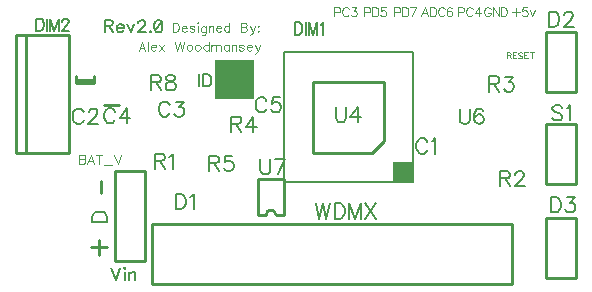
<source format=gto>
G04 DipTrace 3.1.0.0*
G04 TopSilk.GTO*
%MOIN*%
G04 #@! TF.FileFunction,Legend,Top*
G04 #@! TF.Part,Single*
%ADD10C,0.009843*%
%ADD48C,0.005*%
%ADD86C,0.00772*%
%ADD87C,0.006176*%
%ADD88C,0.003088*%
%ADD89C,0.004632*%
%ADD90C,0.003281*%
%ADD91C,0.009264*%
%ADD92C,0.010807*%
%FSLAX26Y26*%
G04*
G70*
G90*
G75*
G01*
G04 TopSilk*
%LPD*%
X305483Y726913D2*
D10*
X242554D1*
X305483Y719465D2*
X242554D1*
X305483D2*
Y743024D1*
X242554Y719465D2*
Y743024D1*
X387098Y646803D2*
X335957D1*
X1911695Y887609D2*
X1811690D1*
Y687585D1*
X1911695D1*
Y887609D1*
X1911521Y268734D2*
X1811516D1*
Y68710D1*
X1911521D1*
Y268734D1*
Y581234D2*
X1811516D1*
Y381210D1*
X1911521D1*
Y581234D1*
X42711Y484370D2*
X219877D1*
Y878071D1*
X42711D1*
Y484370D1*
X78144D2*
Y878071D1*
X499013Y249970D2*
Y49970D1*
X1699013Y249970D2*
Y49970D1*
X499013D1*
X1699013Y249970D2*
X499013D1*
X1369055Y820593D2*
D48*
X935984D1*
Y387522D1*
X1369055D1*
Y820593D1*
G36*
Y387522D2*
X1302146D1*
Y454432D1*
X1369055D1*
Y387522D1*
G37*
X1231252Y485959D2*
D10*
X1034421D1*
Y722156D1*
X1270618D1*
Y525325D1*
X1231252Y485959D1*
X937046Y279377D2*
Y397497D1*
X850411Y279377D2*
Y397497D1*
X937046D2*
X850411D1*
X937046Y279377D2*
X909484D1*
X877972D2*
X850411D1*
X909484D2*
G03X877972Y279377I-15756J-10D01*
G01*
G36*
X707853Y795833D2*
X839098D1*
Y664556D1*
X707853D1*
Y795833D1*
G37*
X374024Y425018D2*
D10*
X474026D1*
Y125058D1*
X374024D1*
Y425018D1*
X1414922Y521642D2*
D86*
X1412545Y526395D1*
X1407737Y531203D1*
X1402984Y533580D1*
X1393422D1*
X1388614Y531203D1*
X1383861Y526395D1*
X1381429Y521642D1*
X1379052Y514457D1*
Y502463D1*
X1381429Y495333D1*
X1383861Y490525D1*
X1388614Y485772D1*
X1393422Y483340D1*
X1402984D1*
X1407737Y485772D1*
X1412545Y490525D1*
X1414922Y495333D1*
X1430361Y523963D2*
X1435170Y526395D1*
X1442355Y533525D1*
Y483340D1*
X269213Y620747D2*
X266836Y625500D1*
X262028Y630308D1*
X257275Y632685D1*
X247713D1*
X242904Y630308D1*
X238151Y625500D1*
X235719Y620747D1*
X233343Y613562D1*
Y601568D1*
X235719Y594438D1*
X238151Y589630D1*
X242904Y584877D1*
X247713Y582445D1*
X257275D1*
X262028Y584877D1*
X266836Y589630D1*
X269213Y594438D1*
X287084Y620691D2*
Y623068D1*
X289460Y627877D1*
X291837Y630253D1*
X296646Y632630D1*
X306207D1*
X310960Y630253D1*
X313337Y627877D1*
X315769Y623068D1*
Y618315D1*
X313337Y613506D1*
X308584Y606377D1*
X284652Y582445D1*
X318145D1*
X556295Y644686D2*
X553919Y649440D1*
X549110Y654248D1*
X544357Y656625D1*
X534796D1*
X529987Y654248D1*
X525234Y649440D1*
X522802Y644686D1*
X520426Y637501D1*
Y625508D1*
X522802Y618378D1*
X525234Y613570D1*
X529987Y608816D1*
X534796Y606385D1*
X544357D1*
X549110Y608816D1*
X553919Y613570D1*
X556295Y618378D1*
X576543Y656569D2*
X602796D1*
X588481Y637446D1*
X595666D1*
X600420Y635069D1*
X602796Y632693D1*
X605228Y625508D1*
Y620755D1*
X602796Y613570D1*
X598043Y608761D1*
X590858Y606385D1*
X583673D1*
X576543Y608761D1*
X574167Y611193D1*
X571735Y615946D1*
X374286Y622698D2*
X371909Y627451D1*
X367101Y632260D1*
X362347Y634636D1*
X352786D1*
X347977Y632260D1*
X343224Y627451D1*
X340792Y622698D1*
X338416Y615513D1*
Y603520D1*
X340792Y596390D1*
X343224Y591581D1*
X347977Y586828D1*
X352786Y584396D1*
X362347D1*
X367101Y586828D1*
X371909Y591581D1*
X374286Y596390D1*
X413657Y584396D2*
Y634581D1*
X389725Y601143D1*
X425595D1*
X879118Y659156D2*
X876742Y663909D1*
X871933Y668718D1*
X867180Y671094D1*
X857618D1*
X852810Y668718D1*
X848057Y663909D1*
X845625Y659156D1*
X843248Y651971D1*
Y639978D1*
X845625Y632848D1*
X848057Y628039D1*
X852810Y623286D1*
X857618Y620854D1*
X867180D1*
X871933Y623286D1*
X876742Y628039D1*
X879118Y632848D1*
X923242Y671039D2*
X899366D1*
X896989Y649539D1*
X899366Y651916D1*
X906551Y654348D1*
X913681D1*
X920866Y651916D1*
X925674Y647163D1*
X928051Y639978D1*
Y635224D1*
X925674Y628039D1*
X920866Y623231D1*
X913681Y620854D1*
X906551D1*
X899366Y623231D1*
X896989Y625663D1*
X894558Y630416D1*
X576512Y348264D2*
Y298024D1*
X593259D1*
X600444Y300456D1*
X605252Y305209D1*
X607629Y310017D1*
X610005Y317147D1*
Y329140D1*
X607629Y336325D1*
X605252Y341079D1*
X600444Y345887D1*
X593259Y348264D1*
X576512D1*
X625445Y338647D2*
X630253Y341079D1*
X637438Y348208D1*
Y298024D1*
X1820472Y956440D2*
Y906200D1*
X1837219D1*
X1844404Y908631D1*
X1849212Y913385D1*
X1851589Y918193D1*
X1853965Y925323D1*
Y937316D1*
X1851589Y944501D1*
X1849212Y949255D1*
X1844404Y954063D1*
X1837219Y956440D1*
X1820472D1*
X1871837Y944446D2*
Y946823D1*
X1874213Y951631D1*
X1876590Y954008D1*
X1881398Y956384D1*
X1890960D1*
X1895713Y954008D1*
X1898090Y951631D1*
X1900521Y946823D1*
Y942069D1*
X1898090Y937261D1*
X1893336Y930131D1*
X1869405Y906200D1*
X1902898D1*
X1826548Y337564D2*
Y287324D1*
X1843295D1*
X1850480Y289756D1*
X1855288Y294509D1*
X1857665Y299318D1*
X1860042Y306447D1*
Y318441D1*
X1857665Y325626D1*
X1855288Y330379D1*
X1850480Y335188D1*
X1843295Y337564D1*
X1826548D1*
X1880289Y337509D2*
X1906542D1*
X1892227Y318386D1*
X1899412D1*
X1904166Y316009D1*
X1906542Y313633D1*
X1908974Y306447D1*
Y301694D1*
X1906542Y294509D1*
X1901789Y289701D1*
X1894604Y287324D1*
X1887419D1*
X1880289Y289701D1*
X1877913Y292133D1*
X1875481Y296886D1*
X506047Y458678D2*
X527547D1*
X534732Y461110D1*
X537164Y463487D1*
X539541Y468240D1*
Y473049D1*
X537164Y477802D1*
X534732Y480234D1*
X527547Y482610D1*
X506047D1*
Y432370D1*
X522794Y458678D2*
X539541Y432370D1*
X554980Y472993D2*
X559788Y475425D1*
X566974Y482555D1*
Y432370D1*
X1657703Y400199D2*
X1679203D1*
X1686388Y402631D1*
X1688820Y405008D1*
X1691196Y409761D1*
Y414570D1*
X1688820Y419323D1*
X1686388Y421755D1*
X1679203Y424131D1*
X1657703D1*
Y373891D1*
X1674450Y400199D2*
X1691196Y373891D1*
X1709067Y412138D2*
Y414514D1*
X1711444Y419323D1*
X1713821Y421699D1*
X1718629Y424076D1*
X1728191D1*
X1732944Y421699D1*
X1735321Y419323D1*
X1737752Y414514D1*
Y409761D1*
X1735321Y404953D1*
X1730567Y397823D1*
X1706636Y373891D1*
X1740129D1*
X1622029Y716286D2*
X1643528D1*
X1650713Y718718D1*
X1653145Y721095D1*
X1655522Y725848D1*
Y730656D1*
X1653145Y735409D1*
X1650713Y737841D1*
X1643528Y740218D1*
X1622029D1*
Y689978D1*
X1638775Y716286D2*
X1655522Y689978D1*
X1675770Y740163D2*
X1702023D1*
X1687708Y721039D1*
X1694893D1*
X1699646Y718663D1*
X1702023Y716286D1*
X1704454Y709101D1*
Y704348D1*
X1702023Y697163D1*
X1697269Y692354D1*
X1690084Y689978D1*
X1682899D1*
X1675770Y692354D1*
X1673393Y694786D1*
X1670961Y699539D1*
X761990Y582828D2*
X783490D1*
X790675Y585260D1*
X793107Y587637D1*
X795483Y592390D1*
Y597198D1*
X793107Y601951D1*
X790675Y604383D1*
X783490Y606760D1*
X761990D1*
Y556520D1*
X778736Y582828D2*
X795483Y556520D1*
X834854D2*
Y606705D1*
X810922Y573266D1*
X846792D1*
X688170Y451564D2*
X709670D1*
X716855Y453996D1*
X719287Y456373D1*
X721664Y461126D1*
Y465934D1*
X719287Y470688D1*
X716855Y473119D1*
X709670Y475496D1*
X688170D1*
Y425256D1*
X704917Y451564D2*
X721664Y425256D1*
X765788Y475441D2*
X741911D1*
X739535Y453941D1*
X741911Y456317D1*
X749096Y458749D1*
X756226D1*
X763411Y456317D1*
X768220Y451564D1*
X770596Y444379D1*
Y439626D1*
X768220Y432441D1*
X763411Y427633D1*
X756226Y425256D1*
X749096D1*
X741911Y427633D1*
X739535Y430064D1*
X737103Y434818D1*
X494428Y720343D2*
X515927D1*
X523112Y722774D1*
X525544Y725151D1*
X527921Y729904D1*
Y734713D1*
X525544Y739466D1*
X523112Y741898D1*
X515927Y744274D1*
X494428D1*
Y694034D1*
X511174Y720343D2*
X527921Y694034D1*
X555298Y744219D2*
X548169Y741842D1*
X545737Y737089D1*
Y732281D1*
X548169Y727528D1*
X552922Y725096D1*
X562483Y722719D1*
X569668Y720343D1*
X574422Y715534D1*
X576798Y710781D1*
Y703596D1*
X574422Y698843D1*
X572045Y696411D1*
X564860Y694034D1*
X555298D1*
X548169Y696411D1*
X545737Y698843D1*
X543360Y703596D1*
Y710781D1*
X545737Y715534D1*
X550545Y720343D1*
X557675Y722719D1*
X567237Y725096D1*
X572045Y727528D1*
X574422Y732281D1*
Y737089D1*
X572045Y741842D1*
X564860Y744219D1*
X555298D1*
X1864541Y636629D2*
X1859788Y641437D1*
X1852603Y643814D1*
X1843041D1*
X1835856Y641437D1*
X1831047Y636629D1*
Y631875D1*
X1833479Y627067D1*
X1835856Y624690D1*
X1840609Y622314D1*
X1854979Y617505D1*
X1859788Y615129D1*
X1862164Y612697D1*
X1864541Y607944D1*
Y600759D1*
X1859788Y596005D1*
X1852603Y593574D1*
X1843041D1*
X1835856Y596005D1*
X1831047Y600759D1*
X1879980Y634197D2*
X1884788Y636629D1*
X1891974Y643758D1*
Y593574D1*
X1043061Y316942D2*
X1055054Y266702D1*
X1066992Y316942D1*
X1078930Y266702D1*
X1090924Y316942D1*
X1106363D2*
Y266702D1*
X1123110D1*
X1130295Y269134D1*
X1135103Y273887D1*
X1137480Y278696D1*
X1139857Y285825D1*
Y297819D1*
X1137480Y305004D1*
X1135103Y309757D1*
X1130295Y314566D1*
X1123110Y316942D1*
X1106363D1*
X1193542Y266702D2*
Y316942D1*
X1174419Y266702D1*
X1155296Y316942D1*
Y266702D1*
X1208982Y316942D2*
X1242475Y266702D1*
Y316942D2*
X1208982Y266702D1*
X1110118Y637538D2*
Y601668D1*
X1112495Y594483D1*
X1117303Y589730D1*
X1124489Y587298D1*
X1129242D1*
X1136427Y589730D1*
X1141235Y594483D1*
X1143612Y601668D1*
Y637538D1*
X1182983Y587298D2*
Y637483D1*
X1159051Y604045D1*
X1194921D1*
X1523387Y632697D2*
Y596827D1*
X1525764Y589642D1*
X1530573Y584889D1*
X1537758Y582457D1*
X1542511D1*
X1549696Y584889D1*
X1554504Y589642D1*
X1556881Y596827D1*
Y632697D1*
X1601005Y625512D2*
X1598628Y630265D1*
X1591443Y632642D1*
X1586690D1*
X1579505Y630265D1*
X1574697Y623080D1*
X1572320Y611142D1*
Y599203D1*
X1574697Y589642D1*
X1579505Y584833D1*
X1586690Y582457D1*
X1589067D1*
X1596197Y584833D1*
X1601005Y589642D1*
X1603382Y596827D1*
Y599203D1*
X1601005Y606388D1*
X1596197Y611142D1*
X1589067Y613518D1*
X1586690D1*
X1579505Y611142D1*
X1574697Y606388D1*
X1572320Y599203D1*
X858766Y464470D2*
Y428600D1*
X861143Y421415D1*
X865951Y416662D1*
X873136Y414230D1*
X877889D1*
X885074Y416662D1*
X889883Y421415D1*
X892259Y428600D1*
Y464470D1*
X917260Y414230D2*
X941192Y464414D1*
X907699D1*
X361487Y102046D2*
D87*
X376785Y61854D1*
X392084Y102046D1*
X404435D2*
X406337Y100145D1*
X408282Y102046D1*
X406337Y103991D1*
X404435Y102046D1*
X406337Y88649D2*
Y61854D1*
X420634Y88649D2*
Y61854D1*
Y80999D2*
X426382Y86747D1*
X430228Y88649D1*
X435932D1*
X439779Y86747D1*
X441680Y80999D1*
Y61854D1*
X1679644Y811066D2*
D88*
X1688244D1*
X1691118Y812039D1*
X1692090Y812990D1*
X1693041Y814891D1*
Y816814D1*
X1692090Y818716D1*
X1691118Y819688D1*
X1688244Y820639D1*
X1679644D1*
Y800543D1*
X1686342Y811066D2*
X1693041Y800543D1*
X1711641Y820639D2*
X1699217D1*
Y800543D1*
X1711641D1*
X1699217Y811066D2*
X1706866D1*
X1731214Y817765D2*
X1729313Y819688D1*
X1726439Y820639D1*
X1722614D1*
X1719740Y819688D1*
X1717817Y817765D1*
Y815864D1*
X1718790Y813940D1*
X1719740Y812990D1*
X1721642Y812039D1*
X1727390Y810116D1*
X1729313Y809165D1*
X1730264Y808192D1*
X1731214Y806291D1*
Y803417D1*
X1729313Y801516D1*
X1726439Y800543D1*
X1722614D1*
X1719740Y801516D1*
X1717817Y803417D1*
X1749815Y820639D2*
X1737390D1*
Y800543D1*
X1749815D1*
X1737390Y811066D2*
X1745039D1*
X1762689Y820639D2*
Y800543D1*
X1755990Y820639D2*
X1769388D1*
X255266Y479711D2*
D90*
Y449567D1*
X268199D1*
X272510Y451027D1*
X273936Y452453D1*
X275362Y455304D1*
Y459615D1*
X273936Y462501D1*
X272510Y463927D1*
X268199Y465352D1*
X272510Y466812D1*
X273936Y468238D1*
X275362Y471089D1*
Y473975D1*
X273936Y476826D1*
X272510Y478286D1*
X268199Y479711D1*
X255266D1*
Y465352D2*
X268199D1*
X304905Y449567D2*
X293398Y479711D1*
X281924Y449567D1*
X286235Y459615D2*
X300594D1*
X321515Y479711D2*
Y449567D1*
X311467Y479711D2*
X331563D1*
X338125Y444593D2*
X365383D1*
X371945Y479711D2*
X383419Y449567D1*
X394893Y479711D1*
X655425Y747067D2*
D87*
Y706875D1*
X667777Y747067D2*
Y706875D1*
X681174D1*
X686922Y708820D1*
X690769Y712623D1*
X692670Y716470D1*
X694571Y722173D1*
Y731768D1*
X692670Y737516D1*
X690769Y741319D1*
X686922Y745166D1*
X681174Y747067D1*
X667777D1*
X340470Y909189D2*
X357670D1*
X363418Y911135D1*
X365363Y913036D1*
X367264Y916839D1*
Y920685D1*
X365363Y924488D1*
X363418Y926433D1*
X357670Y928335D1*
X340470D1*
Y888143D1*
X353867Y909189D2*
X367264Y888143D1*
X379616Y903441D2*
X402564D1*
Y907288D1*
X400662Y911135D1*
X398761Y913036D1*
X394914Y914937D1*
X389166D1*
X385364Y913036D1*
X381517Y909189D1*
X379616Y903441D1*
Y899639D1*
X381517Y893891D1*
X385364Y890088D1*
X389166Y888143D1*
X394914D1*
X398761Y890088D1*
X402564Y893891D1*
X414915Y914937D2*
X426411Y888143D1*
X437863Y914937D1*
X452160Y918740D2*
Y920641D1*
X454061Y924488D1*
X455962Y926389D1*
X459809Y928290D1*
X467459D1*
X471261Y926389D1*
X473162Y924488D1*
X475108Y920641D1*
Y916839D1*
X473162Y912992D1*
X469360Y907288D1*
X450214Y888143D1*
X477009D1*
X491262Y891989D2*
X489360Y890044D1*
X491262Y888143D1*
X493207Y890044D1*
X491262Y891989D1*
X517055Y928290D2*
X511307Y926389D1*
X507460Y920641D1*
X505559Y911090D1*
Y905342D1*
X507460Y895792D1*
X511307Y890044D1*
X517055Y888143D1*
X520857D1*
X526605Y890044D1*
X530408Y895792D1*
X532353Y905342D1*
Y911090D1*
X530408Y920641D1*
X526605Y926389D1*
X520857Y928290D1*
X517055D1*
X530408Y920641D2*
X507460Y895792D1*
X566876Y919212D2*
D89*
Y889068D1*
X576924D1*
X581235Y890527D1*
X584120Y893379D1*
X585546Y896264D1*
X586972Y900542D1*
Y907738D1*
X585546Y912049D1*
X584120Y914901D1*
X581235Y917786D1*
X576924Y919212D1*
X566876D1*
X596236Y900542D2*
X613447D1*
Y903427D1*
X612021Y906312D1*
X610595Y907738D1*
X607710Y909164D1*
X603399D1*
X600547Y907738D1*
X597662Y904853D1*
X596236Y900542D1*
Y897690D1*
X597662Y893379D1*
X600547Y890527D1*
X603399Y889068D1*
X607710D1*
X610595Y890527D1*
X613447Y893379D1*
X638495Y904853D2*
X637069Y907738D1*
X632758Y909164D1*
X628447D1*
X624136Y907738D1*
X622710Y904853D1*
X624136Y902001D1*
X627021Y900542D1*
X634184Y899116D1*
X637069Y897690D1*
X638495Y894805D1*
Y893379D1*
X637069Y890527D1*
X632758Y889068D1*
X628447D1*
X624136Y890527D1*
X622710Y893379D1*
X647759Y919212D2*
X649185Y917786D1*
X650644Y919212D1*
X649185Y920671D1*
X647759Y919212D1*
X649185Y909164D2*
Y889068D1*
X677118Y907738D2*
Y884757D1*
X675692Y880479D1*
X674266Y879020D1*
X671381Y877594D1*
X667070D1*
X664218Y879020D1*
X677118Y903427D2*
X674266Y906279D1*
X671381Y907738D1*
X667070D1*
X664218Y906279D1*
X661333Y903427D1*
X659907Y899116D1*
Y896231D1*
X661333Y891953D1*
X664218Y889068D1*
X667070Y887642D1*
X671381D1*
X674266Y889068D1*
X677118Y891953D1*
X686382Y909164D2*
Y889068D1*
Y903427D2*
X690693Y907738D1*
X693578Y909164D1*
X697856D1*
X700741Y907738D1*
X702167Y903427D1*
Y889068D1*
X711430Y900542D2*
X728641D1*
Y903427D1*
X727215Y906312D1*
X725789Y907738D1*
X722904Y909164D1*
X718593D1*
X715741Y907738D1*
X712856Y904853D1*
X711430Y900542D1*
Y897690D1*
X712856Y893379D1*
X715741Y890527D1*
X718593Y889068D1*
X722904D1*
X725789Y890527D1*
X728641Y893379D1*
X755116Y919212D2*
Y889068D1*
Y904853D2*
X752264Y907738D1*
X749379Y909164D1*
X745068D1*
X742216Y907738D1*
X739331Y904853D1*
X737905Y900542D1*
Y897690D1*
X739331Y893379D1*
X742216Y890527D1*
X745068Y889068D1*
X749379D1*
X752264Y890527D1*
X755116Y893379D1*
X793540Y919212D2*
Y889068D1*
X806473D1*
X810784Y890527D1*
X812210Y891953D1*
X813636Y894805D1*
Y899116D1*
X812210Y902001D1*
X810784Y903427D1*
X806473Y904853D1*
X810784Y906312D1*
X812210Y907738D1*
X813636Y910590D1*
Y913475D1*
X812210Y916327D1*
X810784Y917786D1*
X806473Y919212D1*
X793540D1*
Y904853D2*
X806473D1*
X824359Y909164D2*
X832948Y889068D1*
X830096Y883331D1*
X827211Y880446D1*
X824359Y879020D1*
X822900D1*
X841570Y909164D2*
X832948Y889068D1*
X852292Y909164D2*
X850833Y907705D1*
X852292Y906279D1*
X853718Y907705D1*
X852292Y909164D1*
Y891953D2*
X850833Y890494D1*
X852292Y889068D1*
X853718Y890494D1*
X852292Y891953D1*
X475741Y826582D2*
X464233Y856726D1*
X452759Y826582D1*
X457070Y836630D2*
X471430D1*
X485004Y856726D2*
Y826582D1*
X494268Y838056D2*
X511479D1*
Y840941D1*
X510053Y843826D1*
X508627Y845252D1*
X505742Y846678D1*
X501431D1*
X498579Y845252D1*
X495694Y842367D1*
X494268Y838056D1*
Y835204D1*
X495694Y830893D1*
X498579Y828041D1*
X501431Y826582D1*
X505742D1*
X508627Y828041D1*
X511479Y830893D1*
X520742Y846678D2*
X536527Y826582D1*
Y846678D2*
X520742Y826582D1*
X574951Y856726D2*
X582147Y826582D1*
X589310Y856726D1*
X596473Y826582D1*
X603669Y856726D1*
X620096Y846678D2*
X617244Y845252D1*
X614359Y842367D1*
X612933Y838056D1*
Y835204D1*
X614359Y830893D1*
X617244Y828041D1*
X620096Y826582D1*
X624407D1*
X627292Y828041D1*
X630144Y830893D1*
X631603Y835204D1*
Y838056D1*
X630144Y842367D1*
X627292Y845252D1*
X624407Y846678D1*
X620096D1*
X648029D2*
X645177Y845252D1*
X642292Y842367D1*
X640866Y838056D1*
Y835204D1*
X642292Y830893D1*
X645177Y828041D1*
X648029Y826582D1*
X652340D1*
X655225Y828041D1*
X658077Y830893D1*
X659536Y835204D1*
Y838056D1*
X658077Y842367D1*
X655225Y845252D1*
X652340Y846678D1*
X648029D1*
X686011Y856726D2*
Y826582D1*
Y842367D2*
X683159Y845252D1*
X680274Y846678D1*
X675963D1*
X673111Y845252D1*
X670226Y842367D1*
X668800Y838056D1*
Y835204D1*
X670226Y830893D1*
X673111Y828041D1*
X675963Y826582D1*
X680274D1*
X683159Y828041D1*
X686011Y830893D1*
X695274Y846678D2*
Y826582D1*
Y840941D2*
X699586Y845252D1*
X702471Y846678D1*
X706748D1*
X709634Y845252D1*
X711059Y840941D1*
Y826582D1*
Y840941D2*
X715370Y845252D1*
X718256Y846678D1*
X722533D1*
X725418Y845252D1*
X726878Y840941D1*
Y826582D1*
X753352Y846678D2*
Y826582D1*
Y842367D2*
X750500Y845252D1*
X747615Y846678D1*
X743337D1*
X740452Y845252D1*
X737600Y842367D1*
X736141Y838056D1*
Y835204D1*
X737600Y830893D1*
X740452Y828041D1*
X743337Y826582D1*
X747615D1*
X750500Y828041D1*
X753352Y830893D1*
X762616Y846678D2*
Y826582D1*
Y840941D2*
X766927Y845252D1*
X769812Y846678D1*
X774090D1*
X776975Y845252D1*
X778401Y840941D1*
Y826582D1*
X803449Y842367D2*
X802023Y845252D1*
X797712Y846678D1*
X793401D1*
X789090Y845252D1*
X787664Y842367D1*
X789090Y839515D1*
X791975Y838056D1*
X799138Y836630D1*
X802023Y835204D1*
X803449Y832319D1*
Y830893D1*
X802023Y828041D1*
X797712Y826582D1*
X793401D1*
X789090Y828041D1*
X787664Y830893D1*
X812713Y838056D2*
X829924D1*
Y840941D1*
X828498Y843826D1*
X827072Y845252D1*
X824187Y846678D1*
X819876D1*
X817024Y845252D1*
X814139Y842367D1*
X812713Y838056D1*
Y835204D1*
X814139Y830893D1*
X817024Y828041D1*
X819876Y826582D1*
X824187D1*
X827072Y828041D1*
X829924Y830893D1*
X840646Y846678D2*
X849235Y826582D1*
X846383Y820845D1*
X843498Y817960D1*
X840646Y816534D1*
X839187D1*
X857857Y846678D2*
X849235Y826582D1*
X1418425Y941016D2*
D90*
X1406918Y971160D1*
X1395444Y941016D1*
X1399755Y951064D2*
X1414114D1*
X1424986Y971160D2*
Y941016D1*
X1435034D1*
X1439345Y942475D1*
X1442230Y945327D1*
X1443656Y948212D1*
X1445082Y952490D1*
Y959686D1*
X1443656Y963997D1*
X1442230Y966849D1*
X1439345Y969734D1*
X1435034Y971160D1*
X1424986D1*
X1473166Y963997D2*
X1471740Y966849D1*
X1468855Y969734D1*
X1466003Y971160D1*
X1460266D1*
X1457381Y969734D1*
X1454529Y966849D1*
X1453070Y963997D1*
X1451644Y959686D1*
Y952490D1*
X1453070Y948212D1*
X1454529Y945327D1*
X1457381Y942475D1*
X1460266Y941016D1*
X1466003D1*
X1468855Y942475D1*
X1471740Y945327D1*
X1473166Y948212D1*
X1496939Y966849D2*
X1495513Y969701D1*
X1491202Y971127D1*
X1488350D1*
X1484039Y969701D1*
X1481154Y965390D1*
X1479728Y958227D1*
Y951064D1*
X1481154Y945327D1*
X1484039Y942442D1*
X1488350Y941016D1*
X1489776D1*
X1494054Y942442D1*
X1496939Y945327D1*
X1498365Y949638D1*
Y951064D1*
X1496939Y955375D1*
X1494054Y958227D1*
X1489776Y959653D1*
X1488350D1*
X1484039Y958227D1*
X1481154Y955375D1*
X1479728Y951064D1*
X1305299Y955375D2*
X1318232D1*
X1322510Y956801D1*
X1323969Y958260D1*
X1325395Y961112D1*
Y965423D1*
X1323969Y968275D1*
X1322510Y969734D1*
X1318232Y971160D1*
X1305299D1*
Y941016D1*
X1331957Y971160D2*
Y941016D1*
X1342005D1*
X1346316Y942475D1*
X1349201Y945327D1*
X1350627Y948212D1*
X1352053Y952490D1*
Y959686D1*
X1350627Y963997D1*
X1349201Y966849D1*
X1346316Y969734D1*
X1342005Y971160D1*
X1331957D1*
X1364352Y941016D2*
X1378711Y971127D1*
X1358615D1*
X1205299Y955375D2*
X1218232D1*
X1222510Y956801D1*
X1223969Y958260D1*
X1225395Y961112D1*
Y965423D1*
X1223969Y968275D1*
X1222510Y969734D1*
X1218232Y971160D1*
X1205299D1*
Y941016D1*
X1231957Y971160D2*
Y941016D1*
X1242005D1*
X1246316Y942475D1*
X1249201Y945327D1*
X1250627Y948212D1*
X1252053Y952490D1*
Y959686D1*
X1250627Y963997D1*
X1249201Y966849D1*
X1246316Y969734D1*
X1242005Y971160D1*
X1231957D1*
X1275826Y971127D2*
X1261500D1*
X1260074Y958227D1*
X1261500Y959653D1*
X1265811Y961112D1*
X1270089D1*
X1274400Y959653D1*
X1277285Y956801D1*
X1278711Y952490D1*
Y949638D1*
X1277285Y945327D1*
X1274400Y942442D1*
X1270089Y941016D1*
X1265811D1*
X1261500Y942442D1*
X1260074Y943901D1*
X1258615Y946753D1*
X1626120Y963997D2*
X1624694Y966849D1*
X1621809Y969734D1*
X1618957Y971160D1*
X1613220D1*
X1610335Y969734D1*
X1607483Y966849D1*
X1606024Y963997D1*
X1604598Y959686D1*
Y952490D1*
X1606024Y948212D1*
X1607483Y945327D1*
X1610335Y942475D1*
X1613220Y941016D1*
X1618957D1*
X1621809Y942475D1*
X1624694Y945327D1*
X1626120Y948212D1*
Y952490D1*
X1618957D1*
X1652778Y971160D2*
Y941016D1*
X1632682Y971160D1*
Y941016D1*
X1659340Y971160D2*
Y941016D1*
X1669388D1*
X1673699Y942475D1*
X1676584Y945327D1*
X1678010Y948212D1*
X1679436Y952490D1*
Y959686D1*
X1678010Y963997D1*
X1676584Y966849D1*
X1673699Y969734D1*
X1669388Y971160D1*
X1659340D1*
X1710525Y968988D2*
Y943155D1*
X1697625Y956055D2*
X1723458D1*
X1747230Y971127D2*
X1732904D1*
X1731478Y958227D1*
X1732904Y959653D1*
X1737215Y961112D1*
X1741493D1*
X1745804Y959653D1*
X1748689Y956801D1*
X1750115Y952490D1*
Y949638D1*
X1748689Y945327D1*
X1745804Y942442D1*
X1741493Y941016D1*
X1737215D1*
X1732904Y942442D1*
X1731478Y943901D1*
X1730019Y946753D1*
X1756677Y961112D2*
X1765299Y941016D1*
X1773888Y961112D1*
X974680Y920300D2*
D87*
Y880108D1*
X986737D1*
X991911Y882054D1*
X995373Y885856D1*
X997084Y889703D1*
X998795Y895407D1*
Y905002D1*
X997084Y910750D1*
X995373Y914552D1*
X991911Y918399D1*
X986737Y920300D1*
X974680D1*
X1009911D2*
Y880108D1*
X1048565D2*
Y920300D1*
X1034796Y880108D1*
X1021027Y920300D1*
Y880108D1*
X1059681Y912607D2*
X1063143Y914552D1*
X1068316Y920256D1*
Y880108D1*
X112089Y932802D2*
Y892610D1*
X124147D1*
X129320Y894555D1*
X132782Y898358D1*
X134493Y902205D1*
X136204Y907908D1*
Y917503D1*
X134493Y923251D1*
X132782Y927054D1*
X129320Y930900D1*
X124147Y932802D1*
X112089D1*
X147321D2*
Y892610D1*
X185974D2*
Y932802D1*
X172206Y892610D1*
X158437Y932802D1*
Y892610D1*
X198842Y923207D2*
Y925108D1*
X200553Y928955D1*
X202264Y930856D1*
X205726Y932758D1*
X212610D1*
X216033Y930856D1*
X217744Y928955D1*
X219495Y925108D1*
Y921306D1*
X217744Y917459D1*
X214321Y911755D1*
X197091Y892610D1*
X221206D1*
X294842Y170692D2*
D91*
X346508Y170691D1*
X320708Y144892D2*
Y196558D1*
X297679Y255785D2*
D86*
X347919D1*
Y272532D1*
X345487Y279717D1*
X340734Y284525D1*
X335926Y286902D1*
X328796Y289278D1*
X316802D1*
X309617Y286902D1*
X304864Y284525D1*
X300056Y279717D1*
X297679Y272532D1*
Y255785D1*
X327175Y352738D2*
D92*
Y391427D1*
X1517822Y955375D2*
D90*
X1530755D1*
X1535032Y956801D1*
X1536492Y958260D1*
X1537918Y961112D1*
Y965423D1*
X1536492Y968275D1*
X1535032Y969734D1*
X1530755Y971160D1*
X1517822D1*
Y941016D1*
X1566001Y963997D2*
X1564575Y966849D1*
X1561690Y969734D1*
X1558838Y971160D1*
X1553101D1*
X1550216Y969734D1*
X1547364Y966849D1*
X1545905Y963997D1*
X1544479Y959686D1*
Y952490D1*
X1545905Y948212D1*
X1547364Y945327D1*
X1550216Y942475D1*
X1553101Y941016D1*
X1558838D1*
X1561690Y942475D1*
X1564575Y945327D1*
X1566001Y948212D1*
X1586922Y941016D2*
Y971127D1*
X1572563Y951064D1*
X1594085D1*
X1105289Y955375D2*
X1118222D1*
X1122500Y956801D1*
X1123959Y958260D1*
X1125385Y961112D1*
Y965423D1*
X1123959Y968275D1*
X1122500Y969734D1*
X1118222Y971160D1*
X1105289D1*
Y941016D1*
X1153468Y963997D2*
X1152042Y966849D1*
X1149157Y969734D1*
X1146305Y971160D1*
X1140568D1*
X1137683Y969734D1*
X1134831Y966849D1*
X1133372Y963997D1*
X1131946Y959686D1*
Y952490D1*
X1133372Y948212D1*
X1134831Y945327D1*
X1137683Y942475D1*
X1140568Y941016D1*
X1146305D1*
X1149157Y942475D1*
X1152042Y945327D1*
X1153468Y948212D1*
X1162915Y971127D2*
X1178667D1*
X1170078Y959653D1*
X1174389D1*
X1177241Y958227D1*
X1178667Y956801D1*
X1180126Y952490D1*
Y949638D1*
X1178667Y945327D1*
X1175815Y942442D1*
X1171504Y941016D1*
X1167193D1*
X1162915Y942442D1*
X1161489Y943901D1*
X1160030Y946753D1*
M02*

</source>
